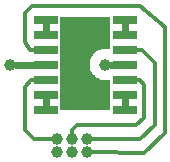
<source format=gtl>
G04 MADE WITH FRITZING*
G04 WWW.FRITZING.ORG*
G04 DOUBLE SIDED*
G04 HOLES PLATED*
G04 CONTOUR ON CENTER OF CONTOUR VECTOR*
%ASAXBY*%
%FSLAX23Y23*%
%MOIN*%
%OFA0B0*%
%SFA1.0B1.0*%
%ADD10C,0.075000*%
%ADD11C,0.039370*%
%ADD12R,0.080000X0.026000*%
%ADD13C,0.024000*%
%ADD14C,0.012000*%
%LNCOPPER1*%
G90*
G70*
G54D10*
X363Y413D03*
G54D11*
X130Y327D03*
X448Y327D03*
X386Y80D03*
X336Y80D03*
X286Y80D03*
X388Y35D03*
X338Y35D03*
X288Y35D03*
G54D12*
X251Y477D03*
X251Y427D03*
X251Y377D03*
X251Y327D03*
X251Y277D03*
X251Y227D03*
X251Y177D03*
X512Y177D03*
X512Y227D03*
X512Y277D03*
X512Y327D03*
X512Y377D03*
X512Y427D03*
X512Y477D03*
G54D13*
X512Y184D02*
X512Y219D01*
D02*
X251Y469D02*
X251Y434D01*
D02*
X512Y469D02*
X512Y434D01*
D02*
X251Y219D02*
X251Y184D01*
D02*
X216Y327D02*
X149Y327D01*
G54D14*
D02*
X211Y80D02*
X269Y80D01*
D02*
X180Y109D02*
X211Y80D01*
D02*
X180Y254D02*
X180Y109D01*
D02*
X199Y276D02*
X180Y254D01*
D02*
X216Y276D02*
X199Y276D01*
D02*
X569Y377D02*
X612Y333D01*
D02*
X612Y333D02*
X612Y127D01*
D02*
X612Y127D02*
X564Y79D01*
D02*
X564Y79D02*
X404Y79D01*
D02*
X546Y377D02*
X569Y377D01*
D02*
X198Y377D02*
X179Y401D01*
D02*
X578Y32D02*
X405Y35D01*
D02*
X646Y100D02*
X578Y32D01*
D02*
X646Y452D02*
X646Y100D01*
D02*
X565Y524D02*
X646Y452D01*
D02*
X204Y524D02*
X565Y524D01*
D02*
X179Y499D02*
X204Y524D01*
D02*
X179Y401D02*
X179Y499D01*
D02*
X216Y377D02*
X198Y377D01*
G54D13*
D02*
X477Y327D02*
X467Y327D01*
G54D14*
D02*
X551Y126D02*
X578Y150D01*
D02*
X354Y126D02*
X551Y126D01*
D02*
X336Y108D02*
X354Y126D01*
D02*
X578Y150D02*
X578Y259D01*
D02*
X578Y259D02*
X563Y276D01*
D02*
X563Y276D02*
X546Y276D01*
D02*
X336Y97D02*
X336Y108D01*
G36*
X298Y487D02*
X298Y177D01*
X464Y177D01*
X464Y275D01*
X438Y275D01*
X438Y277D01*
X430Y277D01*
X430Y279D01*
X426Y279D01*
X426Y281D01*
X422Y281D01*
X422Y283D01*
X418Y283D01*
X418Y285D01*
X416Y285D01*
X416Y287D01*
X414Y287D01*
X414Y289D01*
X412Y289D01*
X412Y291D01*
X410Y291D01*
X410Y293D01*
X408Y293D01*
X408Y295D01*
X406Y295D01*
X406Y297D01*
X404Y297D01*
X404Y301D01*
X402Y301D01*
X402Y303D01*
X400Y303D01*
X400Y307D01*
X398Y307D01*
X398Y315D01*
X396Y315D01*
X396Y341D01*
X398Y341D01*
X398Y347D01*
X400Y347D01*
X400Y351D01*
X402Y351D01*
X402Y355D01*
X404Y355D01*
X404Y357D01*
X406Y357D01*
X406Y361D01*
X408Y361D01*
X408Y363D01*
X410Y363D01*
X410Y365D01*
X412Y365D01*
X412Y367D01*
X414Y367D01*
X414Y369D01*
X418Y369D01*
X418Y371D01*
X420Y371D01*
X420Y373D01*
X424Y373D01*
X424Y375D01*
X428Y375D01*
X428Y377D01*
X432Y377D01*
X432Y379D01*
X464Y379D01*
X464Y487D01*
X298Y487D01*
G37*
D02*
G04 End of Copper1*
M02*
</source>
